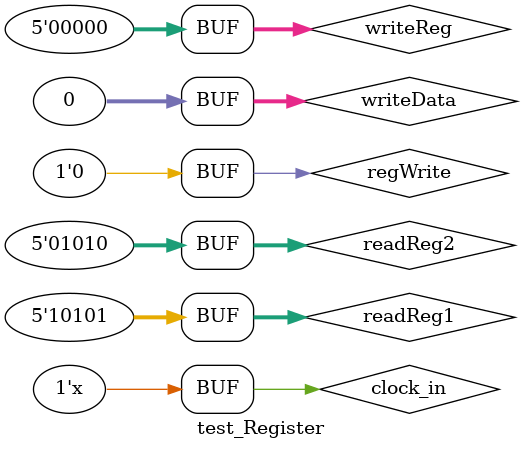
<source format=v>
`timescale 1ns / 1ps


module test_Register;

	// Inputs
	reg clock_in;
	reg regWrite;
	reg [4:0] readReg1;
	reg [4:0] readReg2;
	reg [4:0] writeReg;
	reg [31:0] writeData;

	// Outputs
	wire [31:0] readData1;
	wire [31:0] readData2;
	
	parameter PERIOD = 200;

	// Instantiate the Unit Under Test (UUT)
	Register uut (
		.clock_in(clock_in), 
		.regWrite(regWrite), 
		.readReg1(readReg1), 
		.readReg2(readReg2), 
		.writeReg(writeReg), 
		.writeData(writeData), 
		.readData1(readData1), 
		.readData2(readData2)
	);
	
	always #(PERIOD/2) clock_in = ~clock_in;
	initial begin
		// Initialize Inputs
		clock_in = 0;
		regWrite = 0;
		readReg1 = 0;
		readReg2 = 0;
		writeReg = 0;
		writeData = 0;

		// Wait 100 ns for global reset to finish
		//#100;
        
		// Add stimulus here
		#285;
		regWrite = 'b1;
		writeReg = 5'b10101;
		writeData = 32'b11111111111111110000000000000000;
		
		#200;
		writeReg = 5'b01010;
		writeData = 32'b00000000000000001111111111111111;
		
		#200;
		regWrite = 'b0;
		writeReg = 'b00000;
		writeData = 32'b00000000000000000000000000000000;
		
		#50;
		readReg1 = 'b10101;
		readReg2 = 'b01010;
	end
      
endmodule


</source>
